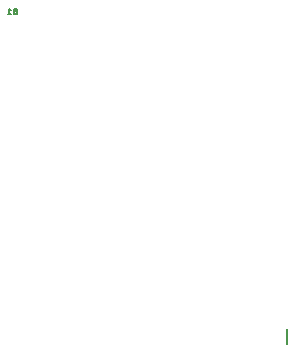
<source format=gbr>
G04 EAGLE Gerber RS-274X export*
G75*
%MOMM*%
%FSLAX34Y34*%
%LPD*%
%INSilkscreen Bottom*%
%IPPOS*%
%AMOC8*
5,1,8,0,0,1.08239X$1,22.5*%
G01*
%ADD10C,0.127000*%
%ADD11C,0.203200*%


D10*
X308719Y399556D02*
X307379Y399556D01*
X307379Y399557D02*
X307308Y399555D01*
X307236Y399549D01*
X307166Y399540D01*
X307096Y399527D01*
X307026Y399510D01*
X306958Y399489D01*
X306891Y399465D01*
X306825Y399437D01*
X306761Y399406D01*
X306698Y399371D01*
X306638Y399333D01*
X306579Y399292D01*
X306523Y399248D01*
X306469Y399201D01*
X306418Y399152D01*
X306370Y399099D01*
X306324Y399044D01*
X306282Y398987D01*
X306242Y398927D01*
X306206Y398866D01*
X306173Y398802D01*
X306144Y398737D01*
X306118Y398671D01*
X306095Y398603D01*
X306076Y398534D01*
X306061Y398464D01*
X306050Y398394D01*
X306042Y398323D01*
X306038Y398252D01*
X306038Y398180D01*
X306042Y398109D01*
X306050Y398038D01*
X306061Y397968D01*
X306076Y397898D01*
X306095Y397829D01*
X306118Y397761D01*
X306144Y397695D01*
X306173Y397630D01*
X306206Y397566D01*
X306242Y397505D01*
X306282Y397445D01*
X306324Y397388D01*
X306370Y397333D01*
X306418Y397280D01*
X306469Y397231D01*
X306523Y397184D01*
X306579Y397140D01*
X306638Y397099D01*
X306698Y397061D01*
X306761Y397026D01*
X306825Y396995D01*
X306891Y396967D01*
X306958Y396943D01*
X307026Y396922D01*
X307096Y396905D01*
X307166Y396892D01*
X307236Y396883D01*
X307308Y396877D01*
X307379Y396875D01*
X308719Y396875D01*
X308719Y401701D01*
X307379Y401701D01*
X307314Y401699D01*
X307250Y401693D01*
X307186Y401683D01*
X307122Y401670D01*
X307060Y401652D01*
X306999Y401631D01*
X306939Y401607D01*
X306881Y401578D01*
X306824Y401546D01*
X306770Y401511D01*
X306718Y401473D01*
X306668Y401431D01*
X306621Y401387D01*
X306577Y401340D01*
X306535Y401290D01*
X306497Y401238D01*
X306462Y401184D01*
X306430Y401127D01*
X306401Y401069D01*
X306377Y401009D01*
X306356Y400948D01*
X306338Y400886D01*
X306325Y400822D01*
X306315Y400758D01*
X306309Y400694D01*
X306307Y400629D01*
X306309Y400564D01*
X306315Y400500D01*
X306325Y400436D01*
X306338Y400372D01*
X306356Y400310D01*
X306377Y400249D01*
X306401Y400189D01*
X306430Y400131D01*
X306462Y400074D01*
X306497Y400020D01*
X306535Y399968D01*
X306577Y399918D01*
X306621Y399871D01*
X306668Y399827D01*
X306718Y399785D01*
X306770Y399747D01*
X306824Y399712D01*
X306881Y399680D01*
X306939Y399651D01*
X306999Y399627D01*
X307060Y399606D01*
X307122Y399588D01*
X307186Y399575D01*
X307250Y399565D01*
X307314Y399559D01*
X307379Y399557D01*
X303562Y400629D02*
X302222Y401701D01*
X302222Y396875D01*
X303562Y396875D02*
X300881Y396875D01*
D11*
X537210Y130175D02*
X537210Y117475D01*
M02*

</source>
